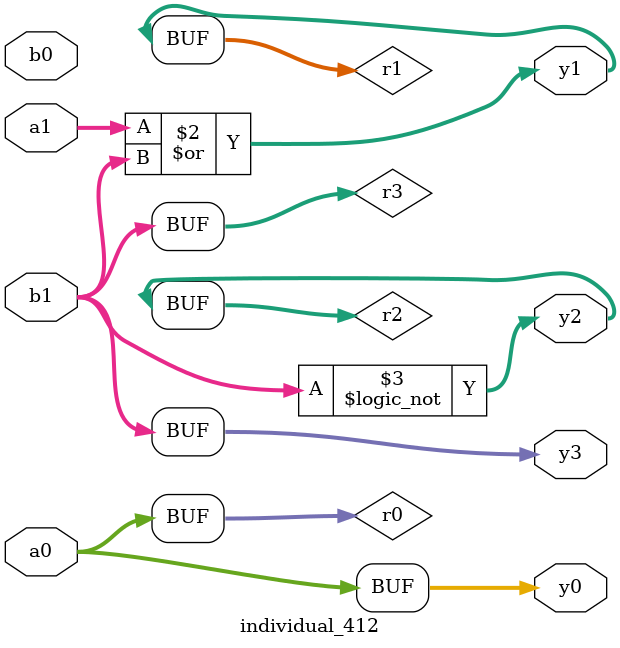
<source format=sv>
module individual_412(input logic [15:0] a1, input logic [15:0] a0, input logic [15:0] b1, input logic [15:0] b0, output logic [15:0] y3, output logic [15:0] y2, output logic [15:0] y1, output logic [15:0] y0);
logic [15:0] r0, r1, r2, r3; 
 always@(*) begin 
	 r0 = a0; r1 = a1; r2 = b0; r3 = b1; 
 	 r1  |=  b1 ;
 	 r2 = ! b1 ;
 	 y3 = r3; y2 = r2; y1 = r1; y0 = r0; 
end
endmodule
</source>
